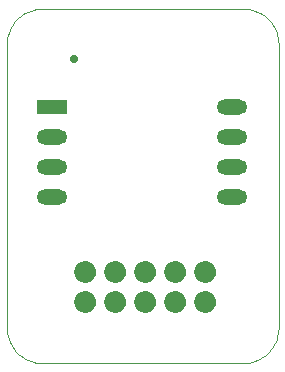
<source format=gbs>
G04*
G04 #@! TF.GenerationSoftware,Altium Limited,Altium Designer,20.1.14 (287)*
G04*
G04 Layer_Color=16711935*
%FSLAX25Y25*%
%MOIN*%
G70*
G04*
G04 #@! TF.SameCoordinates,AECB5131-AEB6-4EF0-9EC0-680490A520C0*
G04*
G04*
G04 #@! TF.FilePolarity,Negative*
G04*
G01*
G75*
%ADD14C,0.00050*%
%ADD15C,0.00000*%
%ADD17O,0.10236X0.05118*%
%ADD18R,0.10236X0.05118*%
%ADD19C,0.07244*%
%ADD20C,0.02894*%
D14*
X78740Y0D02*
X79716Y40D01*
X80684Y161D01*
X81640Y361D01*
X82575Y640D01*
X83485Y995D01*
X84362Y1424D01*
X85200Y1923D01*
X85995Y2490D01*
X86739Y3121D01*
X87430Y3812D01*
X88061Y4557D01*
X88628Y5351D01*
X89128Y6190D01*
X89556Y7067D01*
X89911Y7976D01*
X90190Y8912D01*
X90390Y9867D01*
X90511Y10836D01*
X90551Y11811D01*
X90551Y106299D02*
X90511Y107275D01*
X90390Y108243D01*
X90190Y109199D01*
X89911Y110134D01*
X89556Y111044D01*
X89128Y111921D01*
X88628Y112759D01*
X88061Y113554D01*
X87430Y114299D01*
X86740Y114989D01*
X85995Y115620D01*
X85200Y116187D01*
X84362Y116687D01*
X83485Y117115D01*
X82575Y117470D01*
X81640Y117749D01*
X80684Y117949D01*
X79716Y118070D01*
X78740Y118110D01*
X11811D02*
X10836Y118070D01*
X9867Y117949D01*
X8912Y117749D01*
X7976Y117470D01*
X7067Y117115D01*
X6190Y116687D01*
X5351Y116187D01*
X4557Y115620D01*
X3812Y114989D01*
X3121Y114299D01*
X2490Y113554D01*
X1923Y112759D01*
X1424Y111921D01*
X995Y111044D01*
X640Y110134D01*
X361Y109199D01*
X161Y108243D01*
X40Y107275D01*
X-0Y106299D01*
X0Y11811D02*
X40Y10836D01*
X161Y9867D01*
X361Y8912D01*
X640Y7976D01*
X995Y7067D01*
X1424Y6190D01*
X1923Y5351D01*
X2490Y4557D01*
X3121Y3812D01*
X3812Y3121D01*
X4557Y2490D01*
X5351Y1923D01*
X6190Y1424D01*
X7067Y995D01*
X7976Y640D01*
X8912Y361D01*
X9867Y161D01*
X10836Y40D01*
X11811Y0D01*
X90551Y11811D02*
Y106299D01*
X11811Y118110D02*
X78740D01*
X0Y11811D02*
Y106299D01*
X11811Y0D02*
X78740D01*
D15*
X69390Y30500D02*
X69239Y31499D01*
X68801Y32410D01*
X68114Y33150D01*
X67238Y33656D01*
X66253Y33880D01*
X65246Y33805D01*
X64305Y33436D01*
X63515Y32806D01*
X62946Y31971D01*
X62648Y31005D01*
Y29995D01*
X62946Y29029D01*
X63515Y28194D01*
X64305Y27564D01*
X65246Y27195D01*
X66253Y27119D01*
X67238Y27344D01*
X68114Y27850D01*
X68801Y28590D01*
X69239Y29501D01*
X69390Y30500D01*
Y20500D02*
X69239Y21499D01*
X68801Y22410D01*
X68114Y23150D01*
X67238Y23656D01*
X66253Y23880D01*
X65246Y23805D01*
X64305Y23436D01*
X63515Y22806D01*
X62946Y21971D01*
X62648Y21005D01*
Y19995D01*
X62946Y19029D01*
X63515Y18194D01*
X64305Y17564D01*
X65246Y17195D01*
X66253Y17120D01*
X67238Y17344D01*
X68114Y17850D01*
X68801Y18590D01*
X69239Y19501D01*
X69390Y20500D01*
X59390Y30500D02*
X59239Y31499D01*
X58801Y32410D01*
X58114Y33150D01*
X57239Y33656D01*
X56253Y33880D01*
X55246Y33805D01*
X54305Y33436D01*
X53515Y32806D01*
X52946Y31971D01*
X52648Y31005D01*
Y29995D01*
X52946Y29029D01*
X53515Y28194D01*
X54305Y27564D01*
X55246Y27195D01*
X56253Y27119D01*
X57239Y27344D01*
X58114Y27850D01*
X58801Y28590D01*
X59239Y29501D01*
X59390Y30500D01*
Y20500D02*
X59239Y21499D01*
X58801Y22410D01*
X58114Y23150D01*
X57239Y23656D01*
X56253Y23880D01*
X55246Y23805D01*
X54305Y23436D01*
X53515Y22806D01*
X52946Y21971D01*
X52648Y21005D01*
Y19995D01*
X52946Y19029D01*
X53515Y18194D01*
X54305Y17564D01*
X55246Y17195D01*
X56253Y17120D01*
X57239Y17344D01*
X58114Y17850D01*
X58801Y18590D01*
X59239Y19501D01*
X59390Y20500D01*
X49390Y30500D02*
X49239Y31499D01*
X48801Y32410D01*
X48114Y33150D01*
X47238Y33656D01*
X46253Y33880D01*
X45246Y33805D01*
X44305Y33436D01*
X43515Y32806D01*
X42946Y31971D01*
X42648Y31005D01*
Y29995D01*
X42946Y29029D01*
X43515Y28194D01*
X44305Y27564D01*
X45246Y27195D01*
X46253Y27119D01*
X47238Y27344D01*
X48114Y27850D01*
X48801Y28590D01*
X49239Y29501D01*
X49390Y30500D01*
Y20500D02*
X49239Y21499D01*
X48801Y22410D01*
X48114Y23150D01*
X47238Y23656D01*
X46253Y23880D01*
X45246Y23805D01*
X44305Y23436D01*
X43515Y22806D01*
X42946Y21971D01*
X42648Y21005D01*
Y19995D01*
X42946Y19029D01*
X43515Y18194D01*
X44305Y17564D01*
X45246Y17195D01*
X46253Y17120D01*
X47238Y17344D01*
X48114Y17850D01*
X48801Y18590D01*
X49239Y19501D01*
X49390Y20500D01*
X39390Y30500D02*
X39239Y31499D01*
X38801Y32410D01*
X38114Y33150D01*
X37238Y33656D01*
X36253Y33880D01*
X35246Y33805D01*
X34305Y33436D01*
X33515Y32806D01*
X32946Y31971D01*
X32648Y31005D01*
Y29995D01*
X32946Y29029D01*
X33515Y28194D01*
X34305Y27564D01*
X35246Y27195D01*
X36253Y27119D01*
X37238Y27344D01*
X38114Y27850D01*
X38801Y28590D01*
X39239Y29501D01*
X39390Y30500D01*
Y20500D02*
X39239Y21499D01*
X38801Y22410D01*
X38114Y23150D01*
X37238Y23656D01*
X36253Y23880D01*
X35246Y23805D01*
X34305Y23436D01*
X33515Y22806D01*
X32946Y21971D01*
X32648Y21005D01*
Y19995D01*
X32946Y19029D01*
X33515Y18194D01*
X34305Y17564D01*
X35246Y17195D01*
X36253Y17120D01*
X37238Y17344D01*
X38114Y17850D01*
X38801Y18590D01*
X39239Y19501D01*
X39390Y20500D01*
X29390Y30500D02*
X29239Y31499D01*
X28801Y32410D01*
X28114Y33150D01*
X27239Y33656D01*
X26253Y33880D01*
X25246Y33805D01*
X24305Y33436D01*
X23515Y32806D01*
X22946Y31971D01*
X22648Y31005D01*
Y29995D01*
X22946Y29029D01*
X23515Y28194D01*
X24305Y27564D01*
X25246Y27195D01*
X26253Y27119D01*
X27239Y27344D01*
X28114Y27850D01*
X28801Y28590D01*
X29239Y29501D01*
X29390Y30500D01*
Y20500D02*
X29239Y21499D01*
X28801Y22410D01*
X28114Y23150D01*
X27239Y23656D01*
X26253Y23880D01*
X25246Y23805D01*
X24305Y23436D01*
X23515Y22806D01*
X22946Y21971D01*
X22648Y21005D01*
Y19995D01*
X22946Y19029D01*
X23515Y18194D01*
X24305Y17564D01*
X25246Y17195D01*
X26253Y17120D01*
X27239Y17344D01*
X28114Y17850D01*
X28801Y18590D01*
X29239Y19501D01*
X29390Y20500D01*
D17*
X75000Y55500D02*
D03*
Y65500D02*
D03*
Y75500D02*
D03*
Y85500D02*
D03*
X15000Y55500D02*
D03*
Y65500D02*
D03*
Y75500D02*
D03*
D18*
Y85500D02*
D03*
D19*
X66000Y30500D02*
D03*
Y20500D02*
D03*
X56000Y30500D02*
D03*
Y20500D02*
D03*
X46000Y30500D02*
D03*
Y20500D02*
D03*
X36000Y30500D02*
D03*
Y20500D02*
D03*
X26000Y30500D02*
D03*
Y20500D02*
D03*
D20*
X22500Y101500D02*
D03*
M02*

</source>
